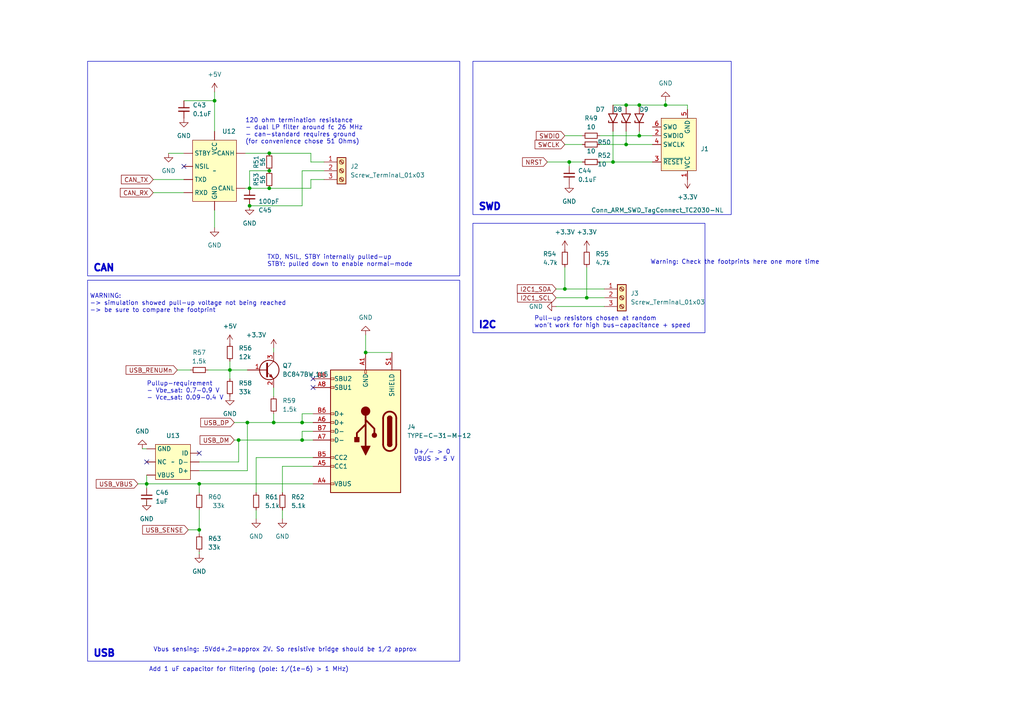
<source format=kicad_sch>
(kicad_sch (version 20230121) (generator eeschema)
  (paper "A4")
  (lib_symbols
    (symbol "Connector:Conn_ARM_SWD_TagConnect_TC2030-NL" (in_bom no)
      (property "Reference" "J" (at 2.54 11.43 0))
      (property "Value" "Conn_ARM_SWD_TagConnect_TC2030-NL" (at 2.54 8.89 0))
      (symbol "Conn_ARM_SWD_TagConnect_TC2030-NL_0_0"
        (pin power_in line (at -2.54 10.16 270) (length 2.54) (name "VCC") (number "1"))
        (pin bidirectional line (at 7.62 -2.54 180) (length 2.54) (name "SWDIO") (number "2"))
        (pin open_collector line (at 7.62 5.08 180) (length 2.54) (name "~{RESET}") (number "3"))
        (pin output line (at 7.62 0 180) (length 2.54) (name "SWCLK") (number "4"))
        (pin power_in line (at -2.54 -10.16 90) (length 2.54) (name "GND") (number "5"))
        (pin input line (at 7.62 -5.08 180) (length 2.54) (name "SWO") (number "6"))
      )
      (symbol "Conn_ARM_SWD_TagConnect_TC2030-NL_0_1"
        (rectangle (start -5.08 7.62) (end 5.08 -7.62) (fill (type background)))
      )
    )
    (symbol "Connector:Screw_Terminal_01x03" (pin_names (offset 1.016) hide)
      (property "Reference" "J" (at 0 5.08 0))
      (property "Value" "Screw_Terminal_01x03" (at 0 -5.08 0))
      (symbol "Screw_Terminal_01x03_1_1"
        (rectangle (start -1.27 3.81) (end 1.27 -3.81) (stroke (width 0.254)) (fill (type background)))
        (circle (center 0 -2.54) (radius 0.635) (stroke (width 0.1524)))
        (polyline (pts (xy -0.5334 -2.2098) (xy 0.3302 -3.048)) (stroke (width 0.1524)))
        (polyline (pts (xy -0.5334 0.3302) (xy 0.3302 -0.508)) (stroke (width 0.1524)))
        (polyline (pts (xy -0.5334 2.8702) (xy 0.3302 2.032)) (stroke (width 0.1524)))
        (polyline (pts (xy -0.3556 -2.032) (xy 0.508 -2.8702)) (stroke (width 0.1524)))
        (polyline (pts (xy -0.3556 0.508) (xy 0.508 -0.3302)) (stroke (width 0.1524)))
        (polyline (pts (xy -0.3556 3.048) (xy 0.508 2.2098)) (stroke (width 0.1524)))
        (circle (center 0 0) (radius 0.635) (stroke (width 0.1524)))
        (circle (center 0 2.54) (radius 0.635) (stroke (width 0.1524)))
        (pin passive line (at -5.08 2.54 0) (length 3.81) (name "Pin_1") (number "1"))
        (pin passive line (at -5.08 0 0) (length 3.81) (name "Pin_2") (number "2"))
        (pin passive line (at -5.08 -2.54 0) (length 3.81) (name "Pin_3") (number "3"))
      )
    )
    (symbol "Connector:USB_C_Receptacle_USB2.0_16P" (pin_names (offset 1.016))
      (property "Reference" "J" (at 0 22.225 0))
      (property "Value" "USB_C_Receptacle_USB2.0_16P" (at 0 19.685 0))
      (symbol "USB_C_Receptacle_USB2.0_16P_0_0"
        (rectangle (start -0.254 -17.78) (end 0.254 -16.764))
        (rectangle (start 10.16 -14.986) (end 9.144 -15.494))
        (rectangle (start 10.16 -12.446) (end 9.144 -12.954))
        (rectangle (start 10.16 -4.826) (end 9.144 -5.334))
        (rectangle (start 10.16 -2.286) (end 9.144 -2.794))
        (rectangle (start 10.16 0.254) (end 9.144 -0.254))
        (rectangle (start 10.16 2.794) (end 9.144 2.286))
        (rectangle (start 10.16 7.874) (end 9.144 7.366))
        (rectangle (start 10.16 10.414) (end 9.144 9.906))
        (rectangle (start 10.16 15.494) (end 9.144 14.986))
      )
      (symbol "USB_C_Receptacle_USB2.0_16P_0_1"
        (rectangle (start -10.16 17.78) (end 10.16 -17.78) (stroke (width 0.254)) (fill (type background)))
        (arc (start -8.89 -3.81) (mid -6.985 -5.7067) (end -5.08 -3.81) (stroke (width 0.508)))
        (arc (start -7.62 -3.81) (mid -6.985 -4.4423) (end -6.35 -3.81) (stroke (width 0.254)))
        (arc (start -7.62 -3.81) (mid -6.985 -4.4423) (end -6.35 -3.81) (stroke (width 0.254)) (fill (type outline)))
        (rectangle (start -7.62 -3.81) (end -6.35 3.81) (stroke (width 0.254)) (fill (type outline)))
        (arc (start -6.35 3.81) (mid -6.985 4.4423) (end -7.62 3.81) (stroke (width 0.254)))
        (arc (start -6.35 3.81) (mid -6.985 4.4423) (end -7.62 3.81) (stroke (width 0.254)) (fill (type outline)))
        (arc (start -5.08 3.81) (mid -6.985 5.7067) (end -8.89 3.81) (stroke (width 0.508)))
        (circle (center -2.54 1.143) (radius 0.635) (stroke (width 0.254)) (fill (type outline)))
        (circle (center 0 -5.842) (radius 1.27) (fill (type outline)))
        (polyline (pts (xy -8.89 -3.81) (xy -8.89 3.81)) (stroke (width 0.508)))
        (polyline (pts (xy -5.08 3.81) (xy -5.08 -3.81)) (stroke (width 0.508)))
        (polyline (pts (xy 0 -5.842) (xy 0 4.318)) (stroke (width 0.508)))
        (polyline (pts (xy 0 -3.302) (xy -2.54 -0.762) (xy -2.54 0.508)) (stroke (width 0.508)))
        (polyline (pts (xy 0 -2.032) (xy 2.54 0.508) (xy 2.54 1.778)) (stroke (width 0.508)))
        (polyline (pts (xy -1.27 4.318) (xy 0 6.858) (xy 1.27 4.318) (xy -1.27 4.318)) (stroke (width 0.254)) (fill (type outline)))
        (rectangle (start 1.905 1.778) (end 3.175 3.048) (stroke (width 0.254)) (fill (type outline)))
      )
      (symbol "USB_C_Receptacle_USB2.0_16P_1_1"
        (pin passive line (at 0 -22.86 90) (length 5.08) (name "GND") (number "A1"))
        (pin passive line (at 0 -22.86 90) (length 5.08) hide (name "GND") (number "A12"))
        (pin passive line (at 15.24 15.24 180) (length 5.08) (name "VBUS") (number "A4"))
        (pin bidirectional line (at 15.24 10.16 180) (length 5.08) (name "CC1") (number "A5"))
        (pin bidirectional line (at 15.24 -2.54 180) (length 5.08) (name "D+") (number "A6"))
        (pin bidirectional line (at 15.24 2.54 180) (length 5.08) (name "D-") (number "A7"))
        (pin bidirectional line (at 15.24 -12.7 180) (length 5.08) (name "SBU1") (number "A8"))
        (pin passive line (at 15.24 15.24 180) (length 5.08) hide (name "VBUS") (number "A9"))
        (pin passive line (at 0 -22.86 90) (length 5.08) hide (name "GND") (number "B1"))
        (pin passive line (at 0 -22.86 90) (length 5.08) hide (name "GND") (number "B12"))
        (pin passive line (at 15.24 15.24 180) (length 5.08) hide (name "VBUS") (number "B4"))
        (pin bidirectional line (at 15.24 7.62 180) (length 5.08) (name "CC2") (number "B5"))
        (pin bidirectional line (at 15.24 -5.08 180) (length 5.08) (name "D+") (number "B6"))
        (pin bidirectional line (at 15.24 0 180) (length 5.08) (name "D-") (number "B7"))
        (pin bidirectional line (at 15.24 -15.24 180) (length 5.08) (name "SBU2") (number "B8"))
        (pin passive line (at 15.24 15.24 180) (length 5.08) hide (name "VBUS") (number "B9"))
        (pin passive line (at -7.62 -22.86 90) (length 5.08) (name "SHIELD") (number "S1"))
      )
    )
    (symbol "Device:C_Small" (pin_numbers hide) (pin_names (offset 0.254) hide)
      (property "Reference" "C" (at 0.254 1.778 0))
      (property "Value" "C_Small" (at 0.254 -2.032 0))
      (symbol "C_Small_0_1"
        (polyline (pts (xy -1.524 -0.508) (xy 1.524 -0.508)) (stroke (width 0.3302)))
        (polyline (pts (xy -1.524 0.508) (xy 1.524 0.508)) (stroke (width 0.3048)))
      )
      (symbol "C_Small_1_1"
        (pin passive line (at 0 2.54 270) (length 2.032) (name "~") (number "1"))
        (pin passive line (at 0 -2.54 90) (length 2.032) (name "~") (number "2"))
      )
    )
    (symbol "Device:R_Small" (pin_numbers hide) (pin_names (offset 0.254) hide)
      (property "Reference" "R" (at 0.762 0.508 0))
      (property "Value" "R_Small" (at 0.762 -1.016 0))
      (symbol "R_Small_0_1"
        (rectangle (start -0.762 1.778) (end 0.762 -1.778) (stroke (width 0.2032)))
      )
      (symbol "R_Small_1_1"
        (pin passive line (at 0 2.54 270) (length 0.762) (name "~") (number "1"))
        (pin passive line (at 0 -2.54 90) (length 0.762) (name "~") (number "2"))
      )
    )
    (symbol "Diode:SMAJ13A" (pin_numbers hide) (pin_names (offset 1.016) hide)
      (property "Reference" "D" (at 0 2.54 0))
      (property "Value" "SMAJ13A" (at 0 -2.54 0))
      (symbol "SMAJ13A_0_1"
        (polyline (pts (xy -0.762 1.27) (xy -1.27 1.27) (xy -1.27 -1.27)) (stroke (width 0.254)))
        (polyline (pts (xy 1.27 1.27) (xy 1.27 -1.27) (xy -1.27 0) (xy 1.27 1.27)) (stroke (width 0.254)))
      )
      (symbol "SMAJ13A_1_1"
        (pin passive line (at -3.81 0 0) (length 2.54) (name "A1") (number "1"))
        (pin passive line (at 3.81 0 180) (length 2.54) (name "A2") (number "2"))
      )
    )
    (symbol "Transistor_BJT:BC847" (pin_names (offset 0) hide)
      (property "Reference" "Q" (at 5.08 1.905 0))
      (property "Value" "BC847" (at 5.08 0 0))
      (symbol "BC847_0_1"
        (polyline (pts (xy 0.635 0.635) (xy 2.54 2.54)))
        (polyline (pts (xy 0.635 -0.635) (xy 2.54 -2.54) (xy 2.54 -2.54)))
        (polyline (pts (xy 0.635 1.905) (xy 0.635 -1.905) (xy 0.635 -1.905)) (stroke (width 0.508)))
        (polyline (pts (xy 1.27 -1.778) (xy 1.778 -1.27) (xy 2.286 -2.286) (xy 1.27 -1.778) (xy 1.27 -1.778)) (fill (type outline)))
        (circle (center 1.27 0) (radius 2.8194) (stroke (width 0.254)))
      )
      (symbol "BC847_1_1"
        (pin input line (at -5.08 0 0) (length 5.715) (name "B") (number "1"))
        (pin passive line (at 2.54 -5.08 90) (length 2.54) (name "E") (number "2"))
        (pin passive line (at 2.54 5.08 270) (length 2.54) (name "C") (number "3"))
      )
    )
    (symbol "bldc:ATA6560"
      (property "Reference" "U" (at -2.54 10.16 0))
      (symbol "ATA6560_1_1"
        (rectangle (start -6.35 8.89) (end 6.35 -8.89) (fill (type background)))
        (pin bidirectional line (at 8.89 5.08 180) (length 2.54) (name "CANH") (number ""))
        (pin bidirectional line (at 8.89 -5.08 180) (length 2.54) (name "CANL") (number ""))
        (pin power_in line (at 0 -11.43 90) (length 2.54) (name "GND") (number ""))
        (pin input line (at -8.89 1.27 0) (length 2.54) (name "NSIL") (number ""))
        (pin output line (at -8.89 -6.35 0) (length 2.54) (name "RXD") (number ""))
        (pin input line (at -8.89 5.08 0) (length 2.54) (name "STBY") (number ""))
        (pin input line (at -8.89 -2.54 0) (length 2.54) (name "TXD") (number ""))
        (pin power_in line (at 0 11.43 270) (length 2.54) (name "VCC") (number ""))
      )
    )
    (symbol "bldc:TPD4S012DRYR"
      (property "Reference" "U" (at -2.54 6.35 0))
      (symbol "TPD4S012DRYR_1_1"
        (rectangle (start -5.08 5.08) (end 5.08 -5.08) (fill (type background)))
        (pin input line (at -7.62 2.54 0) (length 2.54) (name "D+") (number ""))
        (pin input line (at -7.62 0 0) (length 2.54) (name "D-") (number ""))
        (pin input line (at 7.62 -3.81 180) (length 2.54) (name "GND") (number ""))
        (pin input line (at -7.62 -2.54 0) (length 2.54) (name "ID") (number ""))
        (pin input line (at 7.62 0 180) (length 2.54) (name "NC") (number ""))
        (pin input line (at 7.62 3.81 180) (length 2.54) (name "VBUS") (number ""))
      )
    )
    (symbol "power:+3.3V" (power) (pin_names (offset 0))
      (property "Value" "+3.3V" (at 0 3.556 0))
      (symbol "+3.3V_0_1"
        (polyline (pts (xy -0.762 1.27) (xy 0 2.54)))
        (polyline (pts (xy 0 0) (xy 0 2.54)))
        (polyline (pts (xy 0 2.54) (xy 0.762 1.27)))
      )
      (symbol "+3.3V_1_1"
        (pin power_in line (at 0 0 90) (length 0) hide (name "+3.3V") (number "1"))
      )
    )
    (symbol "power:+5V" (power) (pin_names (offset 0))
      (property "Value" "+5V" (at 0 3.556 0))
      (symbol "+5V_0_1"
        (polyline (pts (xy -0.762 1.27) (xy 0 2.54)))
        (polyline (pts (xy 0 0) (xy 0 2.54)))
        (polyline (pts (xy 0 2.54) (xy 0.762 1.27)))
      )
      (symbol "+5V_1_1"
        (pin power_in line (at 0 0 90) (length 0) hide (name "+5V") (number "1"))
      )
    )
    (symbol "power:GND" (power) (pin_names (offset 0))
      (property "Value" "GND" (at 0 -3.81 0))
      (symbol "GND_0_1"
        (polyline (pts (xy 0 0) (xy 0 -1.27) (xy 1.27 -1.27) (xy 0 -2.54) (xy -1.27 -1.27) (xy 0 -1.27)))
      )
      (symbol "GND_1_1"
        (pin power_in line (at 0 0 270) (length 0) hide (name "GND") (number "1"))
      )
    )
  )
  (junction (at 185.42 30.48))
  (junction (at 57.785 153.67))
  (junction (at 165.1 46.99))
  (junction (at 181.61 41.91))
  (junction (at 69.215 127.635))
  (junction (at 181.61 30.48))
  (junction (at 72.39 54.61))
  (junction (at 66.675 107.315))
  (junction (at 106.045 102.235))
  (junction (at 57.785 140.335))
  (junction (at 193.04 30.48))
  (junction (at 79.375 122.555))
  (junction (at 87.63 127.635))
  (junction (at 163.83 83.82))
  (junction (at 71.755 122.555))
  (junction (at 42.545 140.335))
  (junction (at 78.105 54.61))
  (junction (at 78.105 44.45))
  (junction (at 72.39 59.69))
  (junction (at 87.63 122.555))
  (junction (at 185.42 39.37))
  (junction (at 62.23 29.21))
  (junction (at 177.8 46.99))
  (junction (at 170.18 86.36))
  (junction (at 78.105 49.53))
  (no_connect (at 42.545 133.985))
  (no_connect (at 53.34 48.26))
  (no_connect (at 90.805 112.395))
  (no_connect (at 57.785 131.445))
  (no_connect (at 90.805 109.855))
  (wire (pts (xy 48.895 44.45) (xy 53.34 44.45)))
  (wire (pts (xy 170.18 77.47) (xy 170.18 86.36)))
  (wire (pts (xy 69.215 127.635) (xy 87.63 127.635)))
  (wire (pts (xy 66.675 104.775) (xy 66.675 107.315)))
  (wire (pts (xy 79.375 122.555) (xy 87.63 122.555)))
  (wire (pts (xy 74.295 132.715) (xy 74.295 142.875)))
  (wire (pts (xy 177.8 38.1) (xy 177.8 46.99)))
  (wire (pts (xy 161.29 86.36) (xy 170.18 86.36)))
  (wire (pts (xy 165.1 46.99) (xy 168.91 46.99)))
  (wire (pts (xy 42.545 146.685) (xy 42.545 145.415)))
  (wire (pts (xy 181.61 41.91) (xy 189.23 41.91)))
  (wire (pts (xy 53.34 29.21) (xy 62.23 29.21)))
  (wire (pts (xy 161.29 88.9) (xy 175.26 88.9)))
  (wire (pts (xy 78.105 44.45) (xy 90.17 44.45)))
  (wire (pts (xy 185.42 39.37) (xy 189.23 39.37)))
  (wire (pts (xy 165.1 48.26) (xy 165.1 46.99)))
  (wire (pts (xy 67.945 122.555) (xy 71.755 122.555)))
  (wire (pts (xy 87.63 49.53) (xy 87.63 59.69)))
  (wire (pts (xy 71.755 122.555) (xy 79.375 122.555)))
  (wire (pts (xy 66.675 107.315) (xy 66.675 109.855)))
  (wire (pts (xy 57.785 154.94) (xy 57.785 153.67)))
  (wire (pts (xy 90.805 140.335) (xy 57.785 140.335)))
  (wire (pts (xy 54.61 153.67) (xy 57.785 153.67)))
  (wire (pts (xy 106.045 97.155) (xy 106.045 102.235)))
  (wire (pts (xy 60.325 107.315) (xy 66.675 107.315)))
  (wire (pts (xy 170.18 86.36) (xy 175.26 86.36)))
  (wire (pts (xy 81.915 135.255) (xy 90.805 135.255)))
  (wire (pts (xy 199.39 30.48) (xy 193.04 30.48)))
  (wire (pts (xy 51.435 107.315) (xy 55.245 107.315)))
  (wire (pts (xy 81.915 135.255) (xy 81.915 142.875)))
  (wire (pts (xy 181.61 38.1) (xy 181.61 41.91)))
  (wire (pts (xy 62.23 29.21) (xy 62.23 38.1)))
  (wire (pts (xy 90.17 52.07) (xy 90.17 54.61)))
  (wire (pts (xy 185.42 30.48) (xy 193.04 30.48)))
  (wire (pts (xy 62.23 60.96) (xy 62.23 66.04)))
  (wire (pts (xy 90.805 132.715) (xy 74.295 132.715)))
  (wire (pts (xy 173.99 46.99) (xy 177.8 46.99)))
  (wire (pts (xy 158.75 46.99) (xy 165.1 46.99)))
  (wire (pts (xy 72.39 49.53) (xy 78.105 49.53)))
  (wire (pts (xy 57.785 147.955) (xy 57.785 153.67)))
  (wire (pts (xy 185.42 38.1) (xy 185.42 39.37)))
  (wire (pts (xy 42.545 140.335) (xy 57.785 140.335)))
  (wire (pts (xy 106.045 102.235) (xy 113.665 102.235)))
  (wire (pts (xy 173.99 39.37) (xy 185.42 39.37)))
  (wire (pts (xy 57.785 160.655) (xy 57.785 160.02)))
  (wire (pts (xy 79.375 112.395) (xy 79.375 114.935)))
  (wire (pts (xy 87.63 120.015) (xy 87.63 122.555)))
  (wire (pts (xy 193.04 29.21) (xy 193.04 30.48)))
  (wire (pts (xy 69.215 133.985) (xy 69.215 127.635)))
  (wire (pts (xy 90.17 46.99) (xy 90.17 44.45)))
  (wire (pts (xy 163.83 39.37) (xy 168.91 39.37)))
  (wire (pts (xy 87.63 59.69) (xy 72.39 59.69)))
  (wire (pts (xy 173.99 41.91) (xy 181.61 41.91)))
  (wire (pts (xy 161.29 83.82) (xy 163.83 83.82)))
  (wire (pts (xy 72.39 54.61) (xy 72.39 49.53)))
  (wire (pts (xy 81.915 147.955) (xy 81.915 150.495)))
  (wire (pts (xy 57.785 133.985) (xy 69.215 133.985)))
  (wire (pts (xy 93.98 46.99) (xy 90.17 46.99)))
  (wire (pts (xy 93.98 49.53) (xy 87.63 49.53)))
  (wire (pts (xy 71.12 44.45) (xy 78.105 44.45)))
  (wire (pts (xy 71.755 136.525) (xy 71.755 122.555)))
  (wire (pts (xy 62.23 26.67) (xy 62.23 29.21)))
  (wire (pts (xy 67.945 127.635) (xy 69.215 127.635)))
  (wire (pts (xy 74.295 147.955) (xy 74.295 150.495)))
  (wire (pts (xy 163.83 77.47) (xy 163.83 83.82)))
  (wire (pts (xy 87.63 127.635) (xy 90.805 127.635)))
  (wire (pts (xy 72.39 54.61) (xy 78.105 54.61)))
  (wire (pts (xy 79.375 100.965) (xy 79.375 102.235)))
  (wire (pts (xy 44.45 55.88) (xy 53.34 55.88)))
  (wire (pts (xy 57.785 140.335) (xy 57.785 142.875)))
  (wire (pts (xy 42.545 137.795) (xy 42.545 140.335)))
  (wire (pts (xy 199.39 30.48) (xy 199.39 31.75)))
  (wire (pts (xy 87.63 122.555) (xy 90.805 122.555)))
  (wire (pts (xy 163.83 83.82) (xy 175.26 83.82)))
  (wire (pts (xy 87.63 125.095) (xy 87.63 127.635)))
  (wire (pts (xy 42.545 141.605) (xy 42.545 140.335)))
  (wire (pts (xy 71.12 54.61) (xy 72.39 54.61)))
  (wire (pts (xy 90.805 125.095) (xy 87.63 125.095)))
  (wire (pts (xy 177.8 30.48) (xy 181.61 30.48)))
  (wire (pts (xy 40.005 140.335) (xy 42.545 140.335)))
  (wire (pts (xy 181.61 30.48) (xy 185.42 30.48)))
  (wire (pts (xy 42.545 130.175) (xy 41.275 130.175)))
  (wire (pts (xy 78.105 54.61) (xy 90.17 54.61)))
  (wire (pts (xy 90.805 120.015) (xy 87.63 120.015)))
  (wire (pts (xy 44.45 52.07) (xy 53.34 52.07)))
  (wire (pts (xy 163.83 41.91) (xy 168.91 41.91)))
  (wire (pts (xy 57.785 136.525) (xy 71.755 136.525)))
  (wire (pts (xy 66.675 107.315) (xy 71.755 107.315)))
  (wire (pts (xy 90.17 52.07) (xy 93.98 52.07)))
  (wire (pts (xy 79.375 122.555) (xy 79.375 120.015)))
  (wire (pts (xy 177.8 46.99) (xy 189.23 46.99)))
  (rectangle (start 25.4 81.28) (end 133.35 191.77))
  (rectangle (start 137.16 64.77) (end 204.47 96.52))
  (rectangle (start 137.16 17.78) (end 212.09 62.23))
  (rectangle (start 25.4 17.78) (end 133.35 80.01))
  (text_box "USB\n" (at 25.4 186.69 0) (size 10.16 5.08) (stroke (width -0.0001)) (effects (font (size 2 2) (thickness 2) bold) (justify left top)))
  (text_box "I2C\n" (at 137.16 91.44 0) (size 10.16 5.08) (stroke (width -0.0001)) (effects (font (size 2 2) (thickness 2) bold) (justify left top)))
  (text_box "SWD\n" (at 137.16 57.15 0) (size 10.16 5.08) (stroke (width -0.0001)) (effects (font (size 2 2) (thickness 2) bold) (justify left top)))
  (text_box "CAN\n\n" (at 25.4 74.93 0) (size 10.16 5.08) (stroke (width -0.0001)) (effects (font (size 2 2) (thickness 2) bold) (justify left top)))
  (text "120 ohm termination resistance\n- dual LP filter around fc 26 MHz\n- can-standard requires ground\n(for convenience chose 51 Ohms)" (at 71.12 41.91 0) (effects (font (size 1.27 1.27)) (justify left bottom)))
  (text "Warning: Check the footprints here one more time" (at 188.595 76.835 0) (effects (font (size 1.27 1.27)) (justify left bottom)))
  (text "WARNING: \n-> simulation showed pull-up voltage not being reached\n-> be sure to compare the footprint" (at 26.035 90.805 0) (effects (font (size 1.27 1.27)) (justify left bottom)))
  (text "Pullup-requirement\n- Vbe_sat: 0.7-0.9 V\n- Vce_sat: 0.09-0.4 V" (at 42.545 116.205 0) (effects (font (size 1.27 1.27)) (justify left bottom)))
  (text "D+/- > 0\nVBUS > 5 V" (at 120.015 133.985 0) (effects (font (size 1.27 1.27)) (justify left bottom)))
  (text "Vbus sensing: .5Vdd+.2=approx 2V. So resistive bridge should be 1/2 approx" (at 44.45 189.23 0) (effects (font (size 1.27 1.27)) (justify left bottom)))
  (text "Add 1 uF capacitor for filtering (pole: 1/(1e-6) > 1 MHz)" (at 43.18 194.945 0) (effects (font (size 1.27 1.27)) (justify left bottom)))
  (text "TXD, NSIL, STBY internally pulled-up\nSTBY: pulled down to enable normal-mode" (at 77.47 77.47 0) (effects (font (size 1.27 1.27)) (justify left bottom)))
  (text "Pull-up resistors chosen at random\nwon't work for high bus-capacitance + speed" (at 154.94 95.25 0) (effects (font (size 1.27 1.27)) (justify left bottom)))
  (global_label "USB_RENUMn" (shape input) (at 51.435 107.315 180) (property "Intersheetrefs" "${INTERSHEET_REFS}" (effects hide)))
  (global_label "SWDIO" (shape input) (at 163.83 39.37 180) (property "Intersheetrefs" "${INTERSHEET_REFS}" (effects hide)))
  (global_label "USB_DM" (shape input) (at 67.945 127.635 180) (property "Intersheetrefs" "${INTERSHEET_REFS}" (effects hide)))
  (global_label "SWCLK" (shape input) (at 163.83 41.91 180) (property "Intersheetrefs" "${INTERSHEET_REFS}" (effects hide)))
  (global_label "I2C1_SDA" (shape input) (at 161.29 83.82 180) (property "Intersheetrefs" "${INTERSHEET_REFS}" (effects hide)))
  (global_label "CAN_TX" (shape input) (at 44.45 52.07 180) (property "Intersheetrefs" "${INTERSHEET_REFS}" (effects hide)))
  (global_label "USB_DP" (shape input) (at 67.945 122.555 180) (property "Intersheetrefs" "${INTERSHEET_REFS}" (effects hide)))
  (global_label "USB_VBUS" (shape input) (at 40.005 140.335 180) (property "Intersheetrefs" "${INTERSHEET_REFS}" (effects hide)))
  (global_label "USB_SENSE" (shape input) (at 54.61 153.67 180) (property "Intersheetrefs" "${INTERSHEET_REFS}" (effects hide)))
  (global_label "CAN_RX" (shape input) (at 44.45 55.88 180) (property "Intersheetrefs" "${INTERSHEET_REFS}" (effects hide)))
  (global_label "I2C1_SCL" (shape input) (at 161.29 86.36 180) (property "Intersheetrefs" "${INTERSHEET_REFS}" (effects hide)))
  (global_label "NRST" (shape input) (at 158.75 46.99 180) (property "Intersheetrefs" "${INTERSHEET_REFS}" (effects hide)))
  (symbol (lib_id "power:GND") (at 41.275 130.175 180) (unit 1)
    (property "Reference" "#PWR069" (effects hide))
    (property "Value" "GND" (at 41.275 125.095 0))
  )
  (symbol (lib_id "Device:R_Small") (at 57.785 145.415 0) (unit 1)
    (property "Reference" "R60" (at 60.325 144.145 0) (effects (justify left)))
    (property "Value" "33k" (at 61.595 146.685 0) (effects (justify left)))
    (property "Footprint" "Resistor_SMD:R_0603_1608Metric" (effects hide))
    (property "Datasheet" "https://wmsc.lcsc.com/wmsc/upload/file/pdf/v2/lcsc/2206010230_UNI-ROYAL-Uniroyal-Elec-0603WAF3302T5E_C4216.pdf" (effects hide))
    (property "jlcpcb" "C4216" (effects hide))
  )
  (symbol (lib_id "Device:R_Small") (at 171.45 41.91 90) (unit 1)
    (property "Reference" "R50" (at 175.26 41.275 90))
    (property "Value" "10" (at 171.45 43.815 90))
    (property "Footprint" "Resistor_SMD:R_1206_3216Metric" (effects hide))
    (property "Datasheet" "https://wmsc.lcsc.com/wmsc/upload/file/pdf/v2/lcsc/2206010145_UNI-ROYAL-Uniroyal-Elec-1206W4F100JT5E_C17903.pdf" (effects hide))
    (property "MFR.Part" "1206W4F100JT5E" (effects hide))
    (property "jlcpcb" "C17903" (effects hide))
  )
  (symbol (lib_id "Device:R_Small") (at 79.375 117.475 180) (unit 1)
    (property "Reference" "R59" (at 81.915 116.205 0) (effects (justify right)))
    (property "Value" "1.5k" (at 81.915 118.745 0) (effects (justify right)))
    (property "Footprint" "Resistor_SMD:R_0805_2012Metric" (effects hide))
    (property "Datasheet" "https://wmsc.lcsc.com/wmsc/upload/file/pdf/v2/lcsc/2206010216_UNI-ROYAL-Uniroyal-Elec-0805W8F1501T5E_C4310.pdf" (effects hide))
    (property "jlcpcb" "C4310" (effects hide))
  )
  (symbol (lib_id "Device:R_Small") (at 74.295 145.415 180) (unit 1)
    (property "Reference" "R61" (at 76.835 144.145 0) (effects (justify right)))
    (property "Value" "5.1k" (at 76.835 146.685 0) (effects (justify right)))
    (property "Footprint" "Resistor_SMD:R_0805_2012Metric" (effects hide))
    (property "Datasheet" "https://wmsc.lcsc.com/wmsc/upload/file/pdf/v2/lcsc/2206010030_UNI-ROYAL-Uniroyal-Elec-0805W8F5101T5E_C27834.pdf" (effects hide))
    (property "MFR.Part" "0805W8F5101T5E" (effects hide))
    (property "jlcpcb" "C27834" (effects hide))
  )
  (symbol (lib_id "Transistor_BJT:BC847") (at 76.835 107.315 0) (unit 1)
    (property "Reference" "Q7" (at 81.915 106.045 0) (effects (justify left)))
    (property "Value" "BC847BW,115" (at 81.915 108.585 0) (effects (justify left)))
    (property "Footprint" "Package_TO_SOT_SMD:SOT-323_SC-70" (effects hide))
    (property "Datasheet" "https://wmsc.lcsc.com/wmsc/upload/file/pdf/v2/lcsc/2304140030_Nexperia-BC847BW-115_C8659.pdf" (effects hide))
    (property "jlcpcb" "C8659" (effects hide))
    (property "MFR.Part" "BC847BW,115" (effects hide))
  )
  (symbol (lib_id "Device:R_Small") (at 171.45 46.99 90) (unit 1)
    (property "Reference" "R52" (at 175.26 45.085 90))
    (property "Value" "10" (at 174.625 47.625 90))
    (property "Footprint" "Resistor_SMD:R_1206_3216Metric" (effects hide))
    (property "Datasheet" "https://wmsc.lcsc.com/wmsc/upload/file/pdf/v2/lcsc/2206010145_UNI-ROYAL-Uniroyal-Elec-1206W4F100JT5E_C17903.pdf" (effects hide))
    (property "MFR.Part" "1206W4F100JT5E" (effects hide))
    (property "jlcpcb" "C17903" (effects hide))
  )
  (symbol (lib_id "power:GND") (at 57.785 160.655 0) (unit 1)
    (property "Reference" "#PWR073" (effects hide))
    (property "Value" "GND" (at 57.785 165.735 0))
  )
  (symbol (lib_id "power:+5V") (at 62.23 26.67 0) (unit 1)
    (property "Reference" "#PWR054" (effects hide))
    (property "Value" "+5V" (at 62.23 21.59 0))
  )
  (symbol (lib_id "Device:C_Small") (at 72.39 57.15 0) (unit 1)
    (property "Reference" "C45" (at 74.93 60.96 0) (effects (justify left)))
    (property "Value" "100pF" (at 74.93 58.42 0) (effects (justify left)))
    (property "Footprint" "Capacitor_SMD:C_0603_1608Metric" (effects hide))
    (property "Datasheet" "https://wmsc.lcsc.com/wmsc/upload/file/pdf/v2/lcsc/2304140030_Samsung-Electro-Mechanics-CL10C101JB8NNNC_C14858.pdf" (effects hide))
    (property "MFR.Part" "CL10C101JB8NNNC" (effects hide))
    (property "jlcpcb" "C14858" (effects hide))
  )
  (symbol (lib_id "bldc:TPD4S012DRYR") (at 50.165 133.985 180) (unit 1)
    (property "Reference" "U13" (at 50.165 126.365 0))
    (property "Value" "~" (at 50.165 133.985 0))
    (property "Datasheet" "https://wmsc.lcsc.com/wmsc/upload/file/pdf/v2/lcsc/1809050016_Texas-Instruments-TPD4S012DRYR_C96506.pdf" (effects hide))
    (property "jlcpcb" "C96506" (effects hide))
    (property "MFR.Part" "TPD4S012DRYR" (effects hide))
  )
  (symbol (lib_id "power:GND") (at 74.295 150.495 0) (unit 1)
    (property "Reference" "#PWR071" (effects hide))
    (property "Value" "GND" (at 74.295 155.575 0))
  )
  (symbol (lib_id "Device:R_Small") (at 57.785 157.48 0) (unit 1)
    (property "Reference" "R63" (at 60.325 156.21 0) (effects (justify left)))
    (property "Value" "33k" (at 60.325 158.75 0) (effects (justify left)))
    (property "Footprint" "Resistor_SMD:R_0603_1608Metric" (effects hide))
    (property "Datasheet" "https://wmsc.lcsc.com/wmsc/upload/file/pdf/v2/lcsc/2206010230_UNI-ROYAL-Uniroyal-Elec-0603WAF3302T5E_C4216.pdf" (effects hide))
    (property "jlcpcb" "C4216" (effects hide))
  )
  (symbol (lib_id "Device:R_Small") (at 66.675 112.395 180) (unit 1)
    (property "Reference" "R58" (at 69.215 111.125 0) (effects (justify right)))
    (property "Value" "33k" (at 69.215 113.665 0) (effects (justify right)))
    (property "Footprint" "Resistor_SMD:R_0603_1608Metric" (effects hide))
    (property "Datasheet" "https://wmsc.lcsc.com/wmsc/upload/file/pdf/v2/lcsc/2206010230_UNI-ROYAL-Uniroyal-Elec-0603WAF3302T5E_C4216.pdf" (effects hide))
    (property "jlcpcb" "C4216" (effects hide))
  )
  (symbol (lib_id "power:GND") (at 48.895 44.45 0) (unit 1)
    (property "Reference" "#PWR057" (effects hide))
    (property "Value" "GND" (at 48.895 49.53 0))
  )
  (symbol (lib_id "power:GND") (at 66.675 114.935 0) (unit 1)
    (property "Reference" "#PWR068" (effects hide))
    (property "Value" "GND" (at 66.675 120.015 0))
  )
  (symbol (lib_id "Device:R_Small") (at 171.45 39.37 90) (unit 1)
    (property "Reference" "R49" (at 171.45 34.29 90))
    (property "Value" "10" (at 171.45 36.83 90))
    (property "Footprint" "Resistor_SMD:R_1206_3216Metric" (effects hide))
    (property "Datasheet" "https://wmsc.lcsc.com/wmsc/upload/file/pdf/v2/lcsc/2206010145_UNI-ROYAL-Uniroyal-Elec-1206W4F100JT5E_C17903.pdf" (effects hide))
    (property "MFR.Part" "1206W4F100JT5E" (effects hide))
    (property "jlcpcb" "C17903" (effects hide))
  )
  (symbol (lib_id "power:GND") (at 106.045 97.155 180) (unit 1)
    (property "Reference" "#PWR074" (effects hide))
    (property "Value" "GND" (at 106.045 92.075 0))
  )
  (symbol (lib_id "power:GND") (at 81.915 150.495 0) (unit 1)
    (property "Reference" "#PWR072" (effects hide))
    (property "Value" "GND" (at 81.915 155.575 0))
  )
  (symbol (lib_id "power:GND") (at 72.39 59.69 0) (unit 1)
    (property "Reference" "#PWR060" (effects hide))
    (property "Value" "GND" (at 72.39 64.77 0))
  )
  (symbol (lib_id "power:+5V") (at 66.675 99.695 0) (unit 1)
    (property "Reference" "#PWR066" (effects hide))
    (property "Value" "+5V" (at 66.675 94.615 0))
  )
  (symbol (lib_id "Device:C_Small") (at 165.1 50.8 0) (unit 1)
    (property "Reference" "C44" (at 167.64 49.5363 0) (effects (justify left)))
    (property "Value" "0.1uF" (at 167.64 52.0763 0) (effects (justify left)))
    (property "Footprint" "Resistor_SMD:R_0402_1005Metric" (effects hide))
    (property "Datasheet" "https://wmsc.lcsc.com/wmsc/upload/file/pdf/v2/lcsc/2304140030_Samsung-Electro-Mechanics-CL05B104KB54PNC_C307331.pdf" (effects hide))
    (property "jlcpcb" "C307331" (effects hide))
  )
  (symbol (lib_id "power:+3.3V") (at 199.39 52.07 180) (unit 1)
    (property "Reference" "#PWR058" (effects hide))
    (property "Value" "+3.3V" (at 199.39 57.15 0))
  )
  (symbol (lib_id "Device:C_Small") (at 53.34 31.75 0) (unit 1)
    (property "Reference" "C43" (at 55.88 30.4863 0) (effects (justify left)))
    (property "Value" "0.1uF" (at 55.88 33.0263 0) (effects (justify left)))
    (property "Footprint" "Resistor_SMD:R_0402_1005Metric" (effects hide))
    (property "Datasheet" "https://wmsc.lcsc.com/wmsc/upload/file/pdf/v2/lcsc/2304140030_Samsung-Electro-Mechanics-CL05B104KB54PNC_C307331.pdf" (effects hide))
    (property "jlcpcb" "C307331" (effects hide))
  )
  (symbol (lib_id "Diode:SMAJ13A") (at 181.61 34.29 90) (unit 1)
    (property "Reference" "D8" (at 177.8 31.75 90) (effects (justify right)))
    (property "Value" "SMAJ6.5CA" (effects hide))
    (property "Footprint" "Diode_SMD:D_SMA" (effects hide))
    (property "Datasheet" "https://wmsc.lcsc.com/wmsc/upload/file/pdf/v2/lcsc/2304140030_Brightking-SMAJ6-5CA_C78404.pdf" (effects hide))
    (property "MFR.Part" "SMAJ6.5CA" (effects hide))
    (property "jlcpcb" "C78404" (effects hide))
  )
  (symbol (lib_id "power:+3.3V") (at 79.375 100.965 0) (unit 1)
    (property "Reference" "#PWR067" (effects hide))
    (property "Value" "+3.3V" (at 74.295 97.155 0))
  )
  (symbol (lib_id "Connector:Conn_ARM_SWD_TagConnect_TC2030-NL") (at 196.85 41.91 180) (unit 1) (in_bom no)
    (property "Reference" "J1" (at 203.2 43.18 0) (effects (justify right)))
    (property "Value" "Conn_ARM_SWD_TagConnect_TC2030-NL" (at 171.45 60.96 0) (effects (justify right)))
    (property "Footprint" "Connector:Tag-Connect_TC2030-IDC-NL_2x03_P1.27mm_Vertical" (effects hide))
    (property "Datasheet" "https://www.tag-connect.com/wp-content/uploads/bsk-pdf-manager/TC2030-CTX_1.pdf" (effects hide))
  )
  (symbol (lib_id "power:GND") (at 165.1 53.34 0) (unit 1)
    (property "Reference" "#PWR059" (effects hide))
    (property "Value" "GND" (at 165.1 58.42 0))
  )
  (symbol (lib_id "power:GND") (at 62.23 66.04 0) (unit 1)
    (property "Reference" "#PWR061" (effects hide))
    (property "Value" "GND" (at 62.23 71.12 0))
  )
  (symbol (lib_id "power:+3.3V") (at 163.83 72.39 0) (unit 1)
    (property "Reference" "#PWR062" (effects hide))
    (property "Value" "+3.3V" (at 163.83 67.31 0))
  )
  (symbol (lib_id "bldc:ATA6560") (at 62.23 49.53 0) (unit 1)
    (property "Reference" "U12" (at 64.4241 38.1 0) (effects (justify left)))
    (property "Value" "~" (at 62.23 49.53 0))
    (property "Datasheet" "https://wmsc.lcsc.com/wmsc/upload/file/pdf/v2/lcsc/2202131800_Microchip-Tech-ATA6560-GAQW-N_C2671262.pdf" (effects hide))
    (property "jlcpcb" "C2671262" (effects hide))
    (property "MFR.Part" "ATA6560-GAQW-N" (effects hide))
  )
  (symbol (lib_id "power:GND") (at 193.04 29.21 180) (unit 1)
    (property "Reference" "#PWR055" (effects hide))
    (property "Value" "GND" (at 193.04 24.13 0))
  )
  (symbol (lib_id "Device:R_Small") (at 163.83 74.93 0) (unit 1)
    (property "Reference" "R54" (at 157.48 73.66 0) (effects (justify left)))
    (property "Value" "4.7k" (at 157.48 76.2 0) (effects (justify left)))
    (property "Footprint" "Resistor_SMD:R_0805_2012Metric" (effects hide))
    (property "Datasheet" "https://wmsc.lcsc.com/wmsc/upload/file/pdf/v2/lcsc/2206010200_UNI-ROYAL-Uniroyal-Elec-0805W8F4701T5E_C17673.pdf" (effects hide))
    (property "MFR.Part" "0805W8F4701T5E" (effects hide))
    (property "jlcpcb" "C17673" (effects hide))
  )
  (symbol (lib_id "Connector:USB_C_Receptacle_USB2.0_16P") (at 106.045 125.095 180) (unit 1)
    (property "Reference" "J4" (at 118.11 123.825 0) (effects (justify right)))
    (property "Value" "TYPE-C-31-M-12" (at 118.11 126.365 0) (effects (justify right)))
    (property "Footprint" "Connector_USB:USB_C_Receptacle_HRO_TYPE-C-31-M-12" (effects hide))
    (property "Datasheet" "https://wmsc.lcsc.com/wmsc/upload/file/pdf/v2/lcsc/2205251630_Korean-Hroparts-Elec-TYPE-C-31-M-12_C165948.pdf" (effects hide))
    (property "MFR.Part" "TYPE-C-31-M-12" (effects hide))
    (property "jlcpcb" "C165948" (effects hide))
  )
  (symbol (lib_id "power:+3.3V") (at 170.18 72.39 0) (unit 1)
    (property "Reference" "#PWR063" (effects hide))
    (property "Value" "+3.3V" (at 170.18 67.31 0))
  )
  (symbol (lib_id "Connector:Screw_Terminal_01x03") (at 180.34 86.36 0) (unit 1)
    (property "Reference" "J3" (at 182.88 85.09 0) (effects (justify left)))
    (property "Value" "Screw_Terminal_01x03" (at 182.88 87.63 0) (effects (justify left)))
    (property "Footprint" "TerminalBlock:TerminalBlock_bornier-3_P5.08mm" (effects hide))
    (property "Datasheet" "https://wmsc.lcsc.com/wmsc/upload/file/pdf/v2/lcsc/1912251709_Ningbo-Kangnex-Elec-WJ500V-5-08-3P_C72334.pdf" (effects hide))
    (property "jlcpcb" "C72334" (effects hide))
  )
  (symbol (lib_id "Diode:SMAJ13A") (at 177.8 34.29 90) (unit 1)
    (property "Reference" "D7" (at 172.72 31.75 90) (effects (justify right)))
    (property "Value" "SMAJ6.5CA" (effects hide))
    (property "Footprint" "Diode_SMD:D_SMA" (effects hide))
    (property "Datasheet" "https://wmsc.lcsc.com/wmsc/upload/file/pdf/v2/lcsc/2304140030_Brightking-SMAJ6-5CA_C78404.pdf" (effects hide))
    (property "MFR.Part" "SMAJ6.5CA" (effects hide))
    (property "jlcpcb" "C78404" (effects hide))
  )
  (symbol (lib_id "Device:R_Small") (at 81.915 145.415 180) (unit 1)
    (property "Reference" "R62" (at 84.455 144.145 0) (effects (justify right)))
    (property "Value" "5.1k" (at 84.455 146.685 0) (effects (justify right)))
    (property "Footprint" "Resistor_SMD:R_0805_2012Metric" (effects hide))
    (property "Datasheet" "https://wmsc.lcsc.com/wmsc/upload/file/pdf/v2/lcsc/2206010030_UNI-ROYAL-Uniroyal-Elec-0805W8F5101T5E_C27834.pdf" (effects hide))
    (property "MFR.Part" "0805W8F5101T5E" (effects hide))
    (property "jlcpcb" "C27834" (effects hide))
  )
  (symbol (lib_id "power:GND") (at 53.34 34.29 0) (unit 1)
    (property "Reference" "#PWR056" (effects hide))
    (property "Value" "GND" (at 53.34 39.37 0))
  )
  (symbol (lib_id "Device:R_Small") (at 57.785 107.315 90) (unit 1)
    (property "Reference" "R57" (at 57.785 102.235 90))
    (property "Value" "1.5k" (at 57.785 104.775 90))
    (property "Footprint" "Resistor_SMD:R_0805_2012Metric" (effects hide))
    (property "Datasheet" "https://wmsc.lcsc.com/wmsc/upload/file/pdf/v2/lcsc/2206010216_UNI-ROYAL-Uniroyal-Elec-0805W8F1501T5E_C4310.pdf" (effects hide))
    (property "jlcpcb" "C4310" (effects hide))
  )
  (symbol (lib_id "power:GND") (at 161.29 88.9 270) (unit 1)
    (property "Reference" "#PWR065" (effects hide))
    (property "Value" "GND" (at 157.48 88.9 90) (effects (justify right)))
  )
  (symbol (lib_id "Device:R_Small") (at 66.675 102.235 180) (unit 1)
    (property "Reference" "R56" (at 69.215 100.965 0) (effects (justify right)))
    (property "Value" "12k" (at 69.215 103.505 0) (effects (justify right)))
    (property "Footprint" "Resistor_SMD:R_0603_1608Metric" (effects hide))
    (property "Datasheet" "https://wmsc.lcsc.com/wmsc/upload/file/pdf/v2/lcsc/2206010130_UNI-ROYAL-Uniroyal-Elec-0603WAF1202T5E_C22790.pdf" (effects hide))
    (property "MFR.Part" "0603WAF1202T5E" (effects hide))
    (property "jlcpcb" "C22790" (effects hide))
  )
  (symbol (lib_id "Device:R_Small") (at 78.105 46.99 180) (unit 1)
    (property "Reference" "R51" (at 74.295 46.99 90))
    (property "Value" "56" (at 76.2 46.99 90))
    (property "Footprint" "Resistor_SMD:R_0603_1608Metric" (effects hide))
    (property "Datasheet" "https://wmsc.lcsc.com/wmsc/upload/file/pdf/v2/lcsc/2205312216_UNI-ROYAL-Uniroyal-Elec-0603WAD560JT5E_C423025.pdf" (effects hide))
    (property "MFR.Part" "0603WAD560JT5E" (effects hide))
    (property "jlcpcb" "C423025" (effects hide))
  )
  (symbol (lib_id "Connector:Screw_Terminal_01x03") (at 99.06 49.53 0) (unit 1)
    (property "Reference" "J2" (at 101.6 48.26 0) (effects (justify left)))
    (property "Value" "Screw_Terminal_01x03" (at 101.6 50.8 0) (effects (justify left)))
    (property "Footprint" "TerminalBlock:TerminalBlock_bornier-3_P5.08mm" (effects hide))
    (property "Datasheet" "https://wmsc.lcsc.com/wmsc/upload/file/pdf/v2/lcsc/1912251709_Ningbo-Kangnex-Elec-WJ500V-5-08-3P_C72334.pdf" (effects hide))
    (property "jlcpcb" "C72334" (effects hide))
  )
  (symbol (lib_id "Device:C_Small") (at 42.545 144.145 0) (unit 1)
    (property "Reference" "C46" (at 45.085 142.8813 0) (effects (justify left)))
    (property "Value" "1uF" (at 45.085 145.4213 0) (effects (justify left)))
    (property "Footprint" "Capacitor_SMD:C_1206_3216Metric" (effects hide))
    (property "Datasheet" "https://wmsc.lcsc.com/wmsc/upload/file/pdf/v2/lcsc/2304140030_Samsung-Electro-Mechanics-CL31B105KBHNNNE_C1848.pdf" (effects hide))
    (property "jlcpcb" "C1848" (effects hide))
    (property "MFR.Part" "CL31B105KBHNNNE" (effects hide))
  )
  (symbol (lib_id "Diode:SMAJ13A") (at 185.42 34.29 90) (unit 1)
    (property "Reference" "D9" (at 185.42 31.75 90) (effects (justify right)))
    (property "Value" "SMAJ6.5CA" (effects hide))
    (property "Footprint" "Diode_SMD:D_SMA" (effects hide))
    (property "Datasheet" "https://wmsc.lcsc.com/wmsc/upload/file/pdf/v2/lcsc/2304140030_Brightking-SMAJ6-5CA_C78404.pdf" (effects hide))
    (property "MFR.Part" "SMAJ6.5CA" (effects hide))
    (property "jlcpcb" "C78404" (effects hide))
  )
  (symbol (lib_id "Device:R_Small") (at 170.18 74.93 0) (unit 1)
    (property "Reference" "R55" (at 172.72 73.66 0) (effects (justify left)))
    (property "Value" "4.7k" (at 172.72 76.2 0) (effects (justify left)))
    (property "Footprint" "Resistor_SMD:R_0805_2012Metric" (effects hide))
    (property "Datasheet" "https://wmsc.lcsc.com/wmsc/upload/file/pdf/v2/lcsc/2206010200_UNI-ROYAL-Uniroyal-Elec-0805W8F4701T5E_C17673.pdf" (effects hide))
    (property "MFR.Part" "0805W8F4701T5E" (effects hide))
    (property "jlcpcb" "C17673" (effects hide))
  )
  (symbol (lib_id "power:GND") (at 42.545 145.415 0) (unit 1)
    (property "Reference" "#PWR070" (effects hide))
    (property "Value" "GND" (at 42.545 150.495 0))
  )
  (symbol (lib_id "Device:R_Small") (at 78.105 52.07 180) (unit 1)
    (property "Reference" "R53" (at 74.295 52.07 90))
    (property "Value" "56" (at 76.2 52.07 90))
    (property "Footprint" "Resistor_SMD:R_0603_1608Metric" (effects hide))
    (property "Datasheet" "https://wmsc.lcsc.com/wmsc/upload/file/pdf/v2/lcsc/2205312216_UNI-ROYAL-Uniroyal-Elec-0603WAD560JT5E_C423025.pdf" (effects hide))
    (property "MFR.Part" "0603WAD560JT5E" (effects hide))
    (property "jlcpcb" "C423025" (effects hide))
  )
)
</source>
